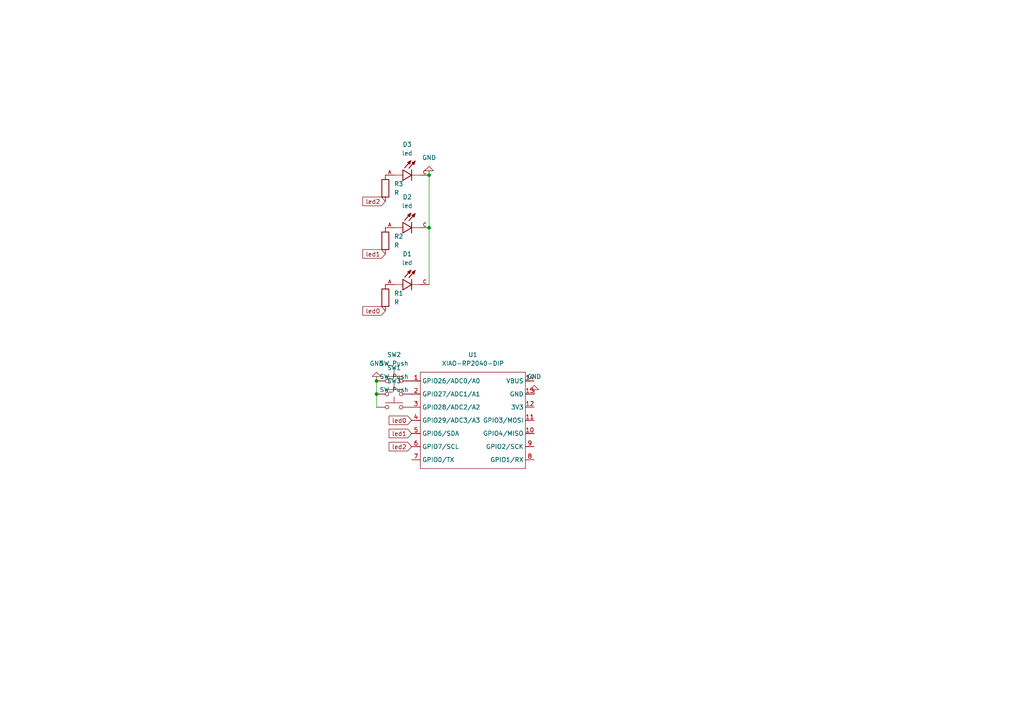
<source format=kicad_sch>
(kicad_sch (version 20250114) (generator "eeschema") (generator_version "9.0")
  (paper "A4")
  (lib_symbols
    (symbol "Device:R" (pin_numbers (hide yes)) (pin_names (offset 0))
      (property "Reference" "R" (at 2.032 0 90))
      (property "Value" "R" (at 0 0 90))
      (symbol "R_0_1"
        (rectangle (start -1.016 -2.54) (end 1.016 2.54) (stroke (width 0.254)))
      )
      (symbol "R_1_1"
        (pin passive line (at 0 3.81 270) (length 1.27) (name "~") (number "1"))
        (pin passive line (at 0 -3.81 90) (length 1.27) (name "~") (number "2"))
      )
    )
    (symbol "Seeed_Studio_XIAO_Series:XIAO-RP2040-DIP"
      (property "Reference" "U" (at 0 0 0))
      (property "Value" "XIAO-RP2040-DIP" (at 5.334 -1.778 0))
      (symbol "XIAO-RP2040-DIP_1_0"
        (polyline (pts (xy -1.27 -2.54) (xy 29.21 -2.54)) (stroke (width 0.1524)))
        (polyline (pts (xy -1.27 -5.08) (xy -2.54 -5.08)) (stroke (width 0.1524)))
        (polyline (pts (xy -1.27 -5.08) (xy -1.27 -2.54)) (stroke (width 0.1524)))
        (polyline (pts (xy -1.27 -8.89) (xy -2.54 -8.89)) (stroke (width 0.1524)))
        (polyline (pts (xy -1.27 -8.89) (xy -1.27 -5.08)) (stroke (width 0.1524)))
        (polyline (pts (xy -1.27 -12.7) (xy -2.54 -12.7)) (stroke (width 0.1524)))
        (polyline (pts (xy -1.27 -12.7) (xy -1.27 -8.89)) (stroke (width 0.1524)))
        (polyline (pts (xy -1.27 -16.51) (xy -2.54 -16.51)) (stroke (width 0.1524)))
        (polyline (pts (xy -1.27 -16.51) (xy -1.27 -12.7)) (stroke (width 0.1524)))
        (polyline (pts (xy -1.27 -20.32) (xy -2.54 -20.32)) (stroke (width 0.1524)))
        (polyline (pts (xy -1.27 -24.13) (xy -2.54 -24.13)) (stroke (width 0.1524)))
        (polyline (pts (xy -1.27 -27.94) (xy -2.54 -27.94)) (stroke (width 0.1524)))
        (polyline (pts (xy -1.27 -30.48) (xy -1.27 -16.51)) (stroke (width 0.1524)))
        (polyline (pts (xy 29.21 -2.54) (xy 29.21 -5.08)) (stroke (width 0.1524)))
        (polyline (pts (xy 29.21 -5.08) (xy 29.21 -8.89)) (stroke (width 0.1524)))
        (polyline (pts (xy 29.21 -8.89) (xy 29.21 -12.7)) (stroke (width 0.1524)))
        (polyline (pts (xy 29.21 -12.7) (xy 29.21 -30.48)) (stroke (width 0.1524)))
        (polyline (pts (xy 29.21 -30.48) (xy -1.27 -30.48)) (stroke (width 0.1524)))
        (polyline (pts (xy 30.48 -5.08) (xy 29.21 -5.08)) (stroke (width 0.1524)))
        (polyline (pts (xy 30.48 -8.89) (xy 29.21 -8.89)) (stroke (width 0.1524)))
        (polyline (pts (xy 30.48 -12.7) (xy 29.21 -12.7)) (stroke (width 0.1524)))
        (polyline (pts (xy 30.48 -16.51) (xy 29.21 -16.51)) (stroke (width 0.1524)))
        (polyline (pts (xy 30.48 -20.32) (xy 29.21 -20.32)) (stroke (width 0.1524)))
        (polyline (pts (xy 30.48 -24.13) (xy 29.21 -24.13)) (stroke (width 0.1524)))
        (polyline (pts (xy 30.48 -27.94) (xy 29.21 -27.94)) (stroke (width 0.1524)))
        (pin passive line (at -3.81 -5.08 0) (length 2.54) (name "GPIO26/ADC0/A0") (number "1"))
        (pin passive line (at -3.81 -8.89 0) (length 2.54) (name "GPIO27/ADC1/A1") (number "2"))
        (pin passive line (at -3.81 -12.7 0) (length 2.54) (name "GPIO28/ADC2/A2") (number "3"))
        (pin passive line (at -3.81 -16.51 0) (length 2.54) (name "GPIO29/ADC3/A3") (number "4"))
        (pin passive line (at -3.81 -20.32 0) (length 2.54) (name "GPIO6/SDA") (number "5"))
        (pin passive line (at -3.81 -24.13 0) (length 2.54) (name "GPIO7/SCL") (number "6"))
        (pin passive line (at -3.81 -27.94 0) (length 2.54) (name "GPIO0/TX") (number "7"))
        (pin passive line (at 31.75 -5.08 180) (length 2.54) (name "VBUS") (number "14"))
        (pin passive line (at 31.75 -8.89 180) (length 2.54) (name "GND") (number "13"))
        (pin passive line (at 31.75 -12.7 180) (length 2.54) (name "3V3") (number "12"))
        (pin passive line (at 31.75 -16.51 180) (length 2.54) (name "GPIO3/MOSI") (number "11"))
        (pin passive line (at 31.75 -20.32 180) (length 2.54) (name "GPIO4/MISO") (number "10"))
        (pin passive line (at 31.75 -24.13 180) (length 2.54) (name "GPIO2/SCK") (number "9"))
        (pin passive line (at 31.75 -27.94 180) (length 2.54) (name "GPIO1/RX") (number "8"))
      )
    )
    (symbol "Switch:SW_Push" (pin_numbers (hide yes)) (pin_names (offset 1.016) (hide yes))
      (property "Reference" "SW" (at 1.27 2.54 0))
      (property "Value" "SW_Push" (at 0 -1.524 0))
      (symbol "SW_Push_0_1"
        (circle (center -2.032 0) (radius 0.508))
        (polyline (pts (xy 0 1.27) (xy 0 3.048)))
        (circle (center 2.032 0) (radius 0.508))
        (polyline (pts (xy 2.54 1.27) (xy -2.54 1.27)))
        (pin passive line (at -5.08 0 0) (length 2.54) (name "1") (number "1"))
        (pin passive line (at 5.08 0 180) (length 2.54) (name "2") (number "2"))
      )
    )
    (symbol "led:L08R5000Q1" (pin_names (offset 1.016))
      (property "Reference" "D" (at -3.0988 4.4958 0))
      (property "Value" "L08R5000Q1" (at -3.556 -3.302 0))
      (symbol "L08R5000Q1_0_0"
        (polyline (pts (xy -2.54 1.524) (xy -2.54 0)) (stroke (width 0.254)))
        (polyline (pts (xy -2.54 0) (xy -5.08 0)) (stroke (width 0.1524)))
        (polyline (pts (xy -2.54 0) (xy -2.54 -1.524)) (stroke (width 0.254)))
        (polyline (pts (xy -2.54 -1.524) (xy 0 0)) (stroke (width 0.254)))
        (polyline (pts (xy -1.1176 3.683) (xy -0.2286 4.1656)) (stroke (width 0.254)))
        (polyline (pts (xy -0.9398 3.6068) (xy -0.7112 3.7592)) (stroke (width 0.254)))
        (polyline (pts (xy -0.5588 3.2004) (xy -1.1176 3.683)) (stroke (width 0.254)))
        (polyline (pts (xy -0.5588 3.2004) (xy -0.5334 3.937)) (stroke (width 0.254)))
        (polyline (pts (xy -0.5334 3.937) (xy -0.6604 3.937)) (stroke (width 0.254)))
        (polyline (pts (xy -0.2286 4.1656) (xy -2.0066 2.1336)) (stroke (width 0.254)))
        (polyline (pts (xy -0.2286 4.1656) (xy -0.5588 3.2004)) (stroke (width 0.254)))
        (polyline (pts (xy 0 1.524) (xy 0 0)) (stroke (width 0.254)))
        (polyline (pts (xy 0 0) (xy -2.54 1.524)) (stroke (width 0.254)))
        (polyline (pts (xy 0 0) (xy 0 -1.524)) (stroke (width 0.254)))
        (polyline (pts (xy 0.127 3.5814) (xy 1.016 4.064)) (stroke (width 0.254)))
        (polyline (pts (xy 0.3048 3.5052) (xy 0.5334 3.6576)) (stroke (width 0.254)))
        (polyline (pts (xy 0.6858 3.0988) (xy 0.127 3.5814)) (stroke (width 0.254)))
        (polyline (pts (xy 0.6858 3.0988) (xy 0.7112 3.8354)) (stroke (width 0.254)))
        (polyline (pts (xy 0.7112 3.8354) (xy 0.5842 3.8354)) (stroke (width 0.254)))
        (polyline (pts (xy 1.016 4.064) (xy -0.762 2.032)) (stroke (width 0.254)))
        (polyline (pts (xy 1.016 4.064) (xy 0.6858 3.0988)) (stroke (width 0.254)))
        (polyline (pts (xy 2.54 0) (xy 0 0)) (stroke (width 0.1524)))
        (pin passive line (at -7.62 0 0) (length 2.54) (name "~") (number "A"))
        (pin passive line (at 5.08 0 180) (length 2.54) (name "~") (number "C"))
      )
    )
    (symbol "power:GND" (power) (pin_numbers (hide yes)) (pin_names (offset 0) (hide yes))
      (property "Value" "GND" (at 0 -3.81 0))
      (symbol "GND_0_1"
        (polyline (pts (xy 0 0) (xy 0 -1.27) (xy 1.27 -1.27) (xy 0 -2.54) (xy -1.27 -1.27) (xy 0 -1.27)))
      )
      (symbol "GND_1_1"
        (pin power_in line (at 0 0 270) (length 0) (name "~") (number "1"))
      )
    )
  )
  (junction (at 124.46 66.04))
  (junction (at 109.22 114.3))
  (junction (at 109.22 110.49))
  (junction (at 124.46 50.8))
  (wire (pts (xy 109.22 110.49) (xy 109.22 114.3)))
  (wire (pts (xy 124.46 50.8) (xy 124.46 66.04)))
  (wire (pts (xy 124.46 66.04) (xy 124.46 82.55)))
  (wire (pts (xy 109.22 114.3) (xy 109.22 118.11)))
  (global_label "led2" (shape input) (at 111.76 58.42 180) (property "Intersheetrefs" "${INTERSHEET_REFS}" (effects (hide yes))))
  (global_label "led0" (shape input) (at 111.76 90.17 180) (property "Intersheetrefs" "${INTERSHEET_REFS}" (effects (hide yes))))
  (global_label "led1" (shape input) (at 111.76 73.66 180) (property "Intersheetrefs" "${INTERSHEET_REFS}" (effects (hide yes))))
  (global_label "led0" (shape input) (at 119.38 121.92 180) (property "Intersheetrefs" "${INTERSHEET_REFS}" (effects (hide yes))))
  (global_label "led2" (shape input) (at 119.38 129.54 180) (property "Intersheetrefs" "${INTERSHEET_REFS}" (effects (hide yes))))
  (global_label "led1" (shape input) (at 119.38 125.73 180) (property "Intersheetrefs" "${INTERSHEET_REFS}" (effects (hide yes))))
  (symbol (lib_id "Switch:SW_Push") (at 114.3 118.11 0) (unit 1)
    (property "Reference" "SW3" (at 114.3 110.49 0))
    (property "Value" "SW_Push" (at 114.3 113.03 0))
    (property "Footprint" "Seeed Studio XIAO Series Library:MX_KeySwitch 3D" (effects (hide yes)))
    (property "Description" "Push button switch, generic, two pins" (effects (hide yes)))
  )
  (symbol (lib_id "power:GND") (at 109.22 110.49 180) (unit 1)
    (property "Reference" "#PWR01" (effects (hide yes)))
    (property "Value" "GND" (at 109.22 105.41 0))
    (property "Description" "Power symbol creates a global label with name \"GND\" , ground" (effects (hide yes)))
  )
  (symbol (lib_id "power:GND") (at 154.94 114.3 180) (unit 1)
    (property "Reference" "#PWR03" (effects (hide yes)))
    (property "Value" "GND" (at 154.94 109.22 0))
    (property "Description" "Power symbol creates a global label with name \"GND\" , ground" (effects (hide yes)))
  )
  (symbol (lib_id "power:GND") (at 124.46 50.8 180) (unit 1)
    (property "Reference" "#PWR02" (effects (hide yes)))
    (property "Value" "GND" (at 124.46 45.72 0))
    (property "Description" "Power symbol creates a global label with name \"GND\" , ground" (effects (hide yes)))
  )
  (symbol (lib_id "Seeed_Studio_XIAO_Series:XIAO-RP2040-DIP") (at 123.19 105.41 0) (unit 1)
    (property "Reference" "U1" (at 137.16 102.87 0))
    (property "Value" "XIAO-RP2040-DIP" (at 137.16 105.41 0))
    (property "Footprint" "Seeed Studio XIAO Series Library:XIAO-RP2040-DIP" (effects (hide yes)))
  )
  (symbol (lib_id "Switch:SW_Push") (at 114.3 110.49 0) (unit 1)
    (property "Reference" "SW2" (at 114.3 102.87 0))
    (property "Value" "SW_Push" (at 114.3 105.41 0))
    (property "Footprint" "Seeed Studio XIAO Series Library:MX_KeySwitch 3D" (effects (hide yes)))
    (property "Description" "Push button switch, generic, two pins" (effects (hide yes)))
  )
  (symbol (lib_id "led:L08R5000Q1") (at 119.38 66.04 0) (unit 1)
    (property "Reference" "D2" (at 118.11 57.15 0))
    (property "Value" "led" (at 118.11 59.69 0))
    (property "Footprint" "led:LEDRD254W57D500H1070" (effects (hide yes)))
    (property "MF" "LED Technology" (effects (hide yes)))
    (property "MAXIMUM_PACKAGE_HEIGHT" "10.7mm" (effects (hide yes)))
    (property "Package" "None" (effects (hide yes)))
    (property "Price" "None" (effects (hide yes)))
    (property "Check_prices" "https://www.snapeda.com/parts/L08R5000Q1/LED+Technology/view-part/?ref=eda" (effects (hide yes)))
    (property "STANDARD" "IPC-7351B" (effects (hide yes)))
    (property "PARTREV" "NA" (effects (hide yes)))
    (property "SnapEDA_Link" "https://www.snapeda.com/parts/L08R5000Q1/LED+Technology/view-part/?ref=snap" (effects (hide yes)))
    (property "MP" "L08R5000Q1" (effects (hide yes)))
    (property "Description_1" "LED, 5MM, ORANGE; LED / Lamp Size: 5mm / T-1 3/4; LED Colour: Orange; Typ Luminous Intensity: 4.3mcd; Viewing Angle: ..." (effects (hide yes)))
    (property "Availability" "Not in stock" (effects (hide yes)))
    (property "MANUFACTURER" "LED TECHNOLOGY" (effects (hide yes)))
  )
  (symbol (lib_id "Device:R") (at 111.76 54.61 0) (unit 1)
    (property "Reference" "R3" (at 114.3 53.3399 0) (effects (justify left)))
    (property "Value" "R" (at 114.3 55.8799 0) (effects (justify left)))
    (property "Footprint" "Resistor_THT:R_Axial_DIN0204_L3.6mm_D1.6mm_P5.08mm_Horizontal" (effects (hide yes)))
    (property "Description" "Resistor" (effects (hide yes)))
  )
  (symbol (lib_id "led:L08R5000Q1") (at 119.38 82.55 0) (unit 1)
    (property "Reference" "D1" (at 118.11 73.66 0))
    (property "Value" "led" (at 118.11 76.2 0))
    (property "Footprint" "led:LEDRD254W57D500H1070" (effects (hide yes)))
    (property "MF" "LED Technology" (effects (hide yes)))
    (property "MAXIMUM_PACKAGE_HEIGHT" "10.7mm" (effects (hide yes)))
    (property "Package" "None" (effects (hide yes)))
    (property "Price" "None" (effects (hide yes)))
    (property "Check_prices" "https://www.snapeda.com/parts/L08R5000Q1/LED+Technology/view-part/?ref=eda" (effects (hide yes)))
    (property "STANDARD" "IPC-7351B" (effects (hide yes)))
    (property "PARTREV" "NA" (effects (hide yes)))
    (property "SnapEDA_Link" "https://www.snapeda.com/parts/L08R5000Q1/LED+Technology/view-part/?ref=snap" (effects (hide yes)))
    (property "MP" "L08R5000Q1" (effects (hide yes)))
    (property "Description_1" "LED, 5MM, ORANGE; LED / Lamp Size: 5mm / T-1 3/4; LED Colour: Orange; Typ Luminous Intensity: 4.3mcd; Viewing Angle: ..." (effects (hide yes)))
    (property "Availability" "Not in stock" (effects (hide yes)))
    (property "MANUFACTURER" "LED TECHNOLOGY" (effects (hide yes)))
  )
  (symbol (lib_id "Device:R") (at 111.76 69.85 0) (unit 1)
    (property "Reference" "R2" (at 114.3 68.5799 0) (effects (justify left)))
    (property "Value" "R" (at 114.3 71.1199 0) (effects (justify left)))
    (property "Footprint" "Resistor_THT:R_Axial_DIN0204_L3.6mm_D1.6mm_P5.08mm_Horizontal" (effects (hide yes)))
    (property "Description" "Resistor" (effects (hide yes)))
  )
  (symbol (lib_id "led:L08R5000Q1") (at 119.38 50.8 0) (unit 1)
    (property "Reference" "D3" (at 118.11 41.91 0))
    (property "Value" "led" (at 118.11 44.45 0))
    (property "Footprint" "led:LEDRD254W57D500H1070" (effects (hide yes)))
    (property "MF" "LED Technology" (effects (hide yes)))
    (property "MAXIMUM_PACKAGE_HEIGHT" "10.7mm" (effects (hide yes)))
    (property "Package" "None" (effects (hide yes)))
    (property "Price" "None" (effects (hide yes)))
    (property "Check_prices" "https://www.snapeda.com/parts/L08R5000Q1/LED+Technology/view-part/?ref=eda" (effects (hide yes)))
    (property "STANDARD" "IPC-7351B" (effects (hide yes)))
    (property "PARTREV" "NA" (effects (hide yes)))
    (property "SnapEDA_Link" "https://www.snapeda.com/parts/L08R5000Q1/LED+Technology/view-part/?ref=snap" (effects (hide yes)))
    (property "MP" "L08R5000Q1" (effects (hide yes)))
    (property "Description_1" "LED, 5MM, ORANGE; LED / Lamp Size: 5mm / T-1 3/4; LED Colour: Orange; Typ Luminous Intensity: 4.3mcd; Viewing Angle: ..." (effects (hide yes)))
    (property "Availability" "Not in stock" (effects (hide yes)))
    (property "MANUFACTURER" "LED TECHNOLOGY" (effects (hide yes)))
  )
  (symbol (lib_id "Switch:SW_Push") (at 114.3 114.3 0) (unit 1)
    (property "Reference" "SW1" (at 114.3 106.68 0))
    (property "Value" "SW_Push" (at 114.3 109.22 0))
    (property "Footprint" "Seeed Studio XIAO Series Library:MX_KeySwitch 3D" (effects (hide yes)))
    (property "Description" "Push button switch, generic, two pins" (effects (hide yes)))
  )
  (symbol (lib_id "Device:R") (at 111.76 86.36 0) (unit 1)
    (property "Reference" "R1" (at 114.3 85.0899 0) (effects (justify left)))
    (property "Value" "R" (at 114.3 87.6299 0) (effects (justify left)))
    (property "Footprint" "Resistor_THT:R_Axial_DIN0204_L3.6mm_D1.6mm_P5.08mm_Horizontal" (effects (hide yes)))
    (property "Description" "Resistor" (effects (hide yes)))
  )
)
</source>
